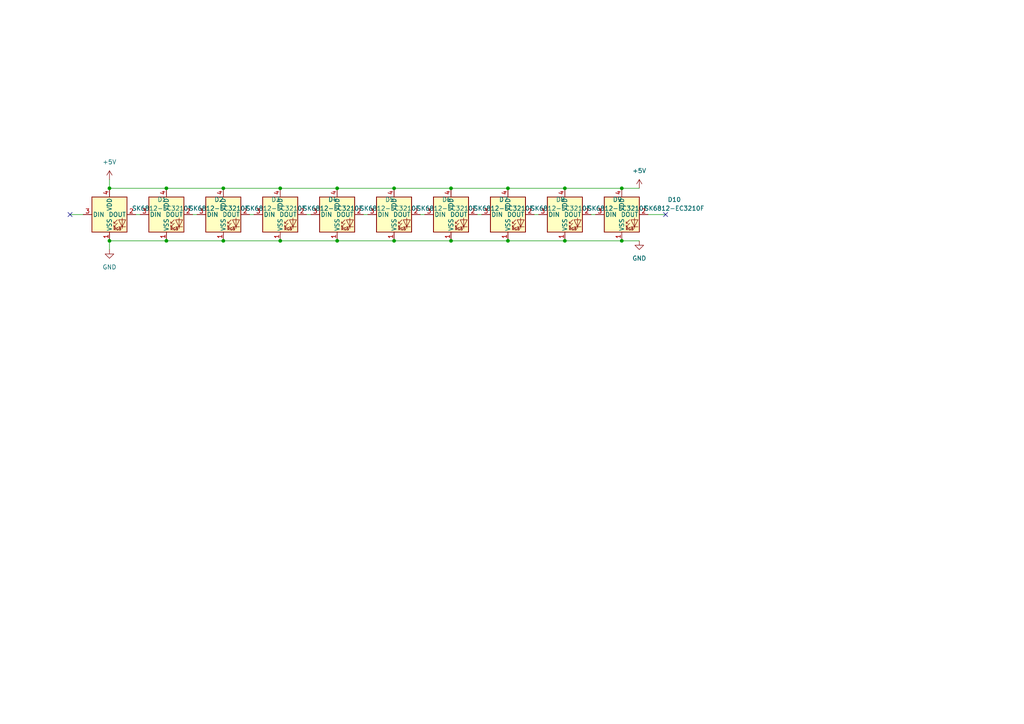
<source format=kicad_sch>
(kicad_sch (version 20230121) (generator eeschema)
  (paper "A4")
  (lib_symbols
    (symbol "CustomSymbols:SK6812-EC3210F" (pin_names (offset 0.254))
      (property "Reference" "D" (at 5.08 5.715 0))
      (property "Value" "SK6812-EC3210F" (at 1.27 -5.715 0))
      (symbol "SK6812-EC3210F_0_0"
        (text "RGB" (at 2.286 -4.191 0) (effects (font (size 0.762 0.762))))
      )
      (symbol "SK6812-EC3210F_0_1"
        (polyline (pts (xy 1.27 -3.556) (xy 1.778 -3.556)))
        (polyline (pts (xy 1.27 -2.54) (xy 1.778 -2.54)))
        (polyline (pts (xy 4.699 -3.556) (xy 2.667 -3.556)))
        (polyline (pts (xy 2.286 -2.54) (xy 1.27 -3.556) (xy 1.27 -3.048)))
        (polyline (pts (xy 2.286 -1.524) (xy 1.27 -2.54) (xy 1.27 -2.032)))
        (polyline (pts (xy 3.683 -1.016) (xy 3.683 -3.556) (xy 3.683 -4.064)))
        (polyline (pts (xy 4.699 -1.524) (xy 2.667 -1.524) (xy 3.683 -3.556) (xy 4.699 -1.524)))
        (rectangle (start 5.08 5.08) (end -5.08 -5.08) (stroke (width 0.254)) (fill (type background)))
      )
      (symbol "SK6812-EC3210F_1_1"
        (pin power_in line (at 0 -7.62 90) (length 2.54) (name "VSS") (number "1"))
        (pin output line (at 7.62 0 180) (length 2.54) (name "DOUT") (number "2"))
        (pin input line (at -7.62 0 0) (length 2.54) (name "DIN") (number "3"))
        (pin power_in line (at 0 7.62 270) (length 2.54) (name "VDD") (number "4"))
      )
    )
    (symbol "power:+5V" (power) (pin_names (offset 0))
      (property "Value" "+5V" (at 0 3.556 0))
      (symbol "+5V_0_1"
        (polyline (pts (xy -0.762 1.27) (xy 0 2.54)))
        (polyline (pts (xy 0 0) (xy 0 2.54)))
        (polyline (pts (xy 0 2.54) (xy 0.762 1.27)))
      )
      (symbol "+5V_1_1"
        (pin power_in line (at 0 0 90) (length 0) hide (name "+5V") (number "1"))
      )
    )
    (symbol "power:GND" (power) (pin_names (offset 0))
      (property "Value" "GND" (at 0 -3.81 0))
      (symbol "GND_0_1"
        (polyline (pts (xy 0 0) (xy 0 -1.27) (xy 1.27 -1.27) (xy 0 -2.54) (xy -1.27 -1.27) (xy 0 -1.27)))
      )
      (symbol "GND_1_1"
        (pin power_in line (at 0 0 270) (length 0) hide (name "GND") (number "1"))
      )
    )
  )
  (junction (at 48.26 54.61))
  (junction (at 64.77 54.61))
  (junction (at 130.81 54.61))
  (junction (at 147.32 54.61))
  (junction (at 64.77 69.85))
  (junction (at 114.3 69.85))
  (junction (at 180.34 69.85))
  (junction (at 31.75 69.85))
  (junction (at 48.26 69.85))
  (junction (at 163.83 54.61))
  (junction (at 81.28 69.85))
  (junction (at 31.75 54.61))
  (junction (at 180.34 54.61))
  (junction (at 163.83 69.85))
  (junction (at 147.32 69.85))
  (junction (at 130.81 69.85))
  (junction (at 97.79 69.85))
  (junction (at 97.79 54.61))
  (junction (at 81.28 54.61))
  (junction (at 114.3 54.61))
  (no_connect (at 193.04 62.23))
  (no_connect (at 20.32 62.23))
  (wire (pts (xy 114.3 69.85) (xy 130.81 69.85)))
  (wire (pts (xy 138.43 62.23) (xy 139.7 62.23)))
  (wire (pts (xy 147.32 54.61) (xy 163.83 54.61)))
  (wire (pts (xy 105.41 62.23) (xy 106.68 62.23)))
  (wire (pts (xy 97.79 54.61) (xy 114.3 54.61)))
  (wire (pts (xy 20.32 62.23) (xy 24.13 62.23)))
  (wire (pts (xy 180.34 69.85) (xy 185.42 69.85)))
  (wire (pts (xy 48.26 54.61) (xy 64.77 54.61)))
  (wire (pts (xy 31.75 52.07) (xy 31.75 54.61)))
  (wire (pts (xy 171.45 62.23) (xy 172.72 62.23)))
  (wire (pts (xy 130.81 69.85) (xy 147.32 69.85)))
  (wire (pts (xy 163.83 69.85) (xy 180.34 69.85)))
  (wire (pts (xy 48.26 69.85) (xy 64.77 69.85)))
  (wire (pts (xy 121.92 62.23) (xy 123.19 62.23)))
  (wire (pts (xy 55.88 62.23) (xy 57.15 62.23)))
  (wire (pts (xy 114.3 54.61) (xy 130.81 54.61)))
  (wire (pts (xy 64.77 54.61) (xy 81.28 54.61)))
  (wire (pts (xy 31.75 69.85) (xy 48.26 69.85)))
  (wire (pts (xy 81.28 54.61) (xy 97.79 54.61)))
  (wire (pts (xy 72.39 62.23) (xy 73.66 62.23)))
  (wire (pts (xy 154.94 62.23) (xy 156.21 62.23)))
  (wire (pts (xy 31.75 54.61) (xy 48.26 54.61)))
  (wire (pts (xy 39.37 62.23) (xy 40.64 62.23)))
  (wire (pts (xy 81.28 69.85) (xy 97.79 69.85)))
  (wire (pts (xy 97.79 69.85) (xy 114.3 69.85)))
  (wire (pts (xy 31.75 69.85) (xy 31.75 72.39)))
  (wire (pts (xy 130.81 54.61) (xy 147.32 54.61)))
  (wire (pts (xy 88.9 62.23) (xy 90.17 62.23)))
  (wire (pts (xy 147.32 69.85) (xy 163.83 69.85)))
  (wire (pts (xy 163.83 54.61) (xy 180.34 54.61)))
  (wire (pts (xy 180.34 54.61) (xy 185.42 54.61)))
  (wire (pts (xy 193.04 62.23) (xy 187.96 62.23)))
  (wire (pts (xy 64.77 69.85) (xy 81.28 69.85)))
  (symbol (lib_id "power:+5V") (at 31.75 52.07 0) (unit 1)
    (property "Reference" "#PWR?" (effects hide))
    (property "Value" "+5V" (at 31.75 46.99 0))
  )
  (symbol (lib_id "CustomSymbols:SK6812-EC3210F") (at 31.75 62.23 0) (unit 1)
    (property "Reference" "D1" (at 46.99 57.8993 0))
    (property "Value" "SK6812-EC3210F" (at 46.99 60.4393 0))
    (property "Footprint" "Custom Footprint Library:SK6812-EC3210F" (effects hide))
    (property "Datasheet" "https://cdn-shop.adafruit.com/product-files/4892/4892_SK68XX-EC3210F__REV.A.pdf" (effects hide))
  )
  (symbol (lib_id "CustomSymbols:SK6812-EC3210F") (at 130.81 62.23 0) (unit 1)
    (property "Reference" "D7" (at 146.05 57.8993 0))
    (property "Value" "SK6812-EC3210F" (at 146.05 60.4393 0))
    (property "Footprint" "Custom Footprint Library:SK6812-EC3210F" (effects hide))
    (property "Datasheet" "https://cdn-shop.adafruit.com/product-files/4892/4892_SK68XX-EC3210F__REV.A.pdf" (effects hide))
  )
  (symbol (lib_id "CustomSymbols:SK6812-EC3210F") (at 114.3 62.23 0) (unit 1)
    (property "Reference" "D6" (at 129.54 57.8993 0))
    (property "Value" "SK6812-EC3210F" (at 129.54 60.4393 0))
    (property "Footprint" "Custom Footprint Library:SK6812-EC3210F" (effects hide))
    (property "Datasheet" "https://cdn-shop.adafruit.com/product-files/4892/4892_SK68XX-EC3210F__REV.A.pdf" (effects hide))
  )
  (symbol (lib_id "CustomSymbols:SK6812-EC3210F") (at 64.77 62.23 0) (unit 1)
    (property "Reference" "D3" (at 80.01 57.8993 0))
    (property "Value" "SK6812-EC3210F" (at 80.01 60.4393 0))
    (property "Footprint" "Custom Footprint Library:SK6812-EC3210F" (effects hide))
    (property "Datasheet" "https://cdn-shop.adafruit.com/product-files/4892/4892_SK68XX-EC3210F__REV.A.pdf" (effects hide))
  )
  (symbol (lib_id "CustomSymbols:SK6812-EC3210F") (at 180.34 62.23 0) (unit 1)
    (property "Reference" "D10" (at 195.58 57.8993 0))
    (property "Value" "SK6812-EC3210F" (at 195.58 60.4393 0))
    (property "Footprint" "Custom Footprint Library:SK6812-EC3210F" (effects hide))
    (property "Datasheet" "https://cdn-shop.adafruit.com/product-files/4892/4892_SK68XX-EC3210F__REV.A.pdf" (effects hide))
  )
  (symbol (lib_id "power:+5V") (at 185.42 54.61 0) (unit 1)
    (property "Reference" "#PWR01" (effects hide))
    (property "Value" "+5V" (at 185.42 49.53 0))
  )
  (symbol (lib_id "CustomSymbols:SK6812-EC3210F") (at 48.26 62.23 0) (unit 1)
    (property "Reference" "D2" (at 63.5 57.8993 0))
    (property "Value" "SK6812-EC3210F" (at 63.5 60.4393 0))
    (property "Footprint" "Custom Footprint Library:SK6812-EC3210F" (effects hide))
    (property "Datasheet" "https://cdn-shop.adafruit.com/product-files/4892/4892_SK68XX-EC3210F__REV.A.pdf" (effects hide))
  )
  (symbol (lib_id "power:GND") (at 185.42 69.85 0) (unit 1)
    (property "Reference" "#PWR02" (effects hide))
    (property "Value" "GND" (at 185.42 74.93 0))
  )
  (symbol (lib_id "CustomSymbols:SK6812-EC3210F") (at 147.32 62.23 0) (unit 1)
    (property "Reference" "D8" (at 162.56 57.8993 0))
    (property "Value" "SK6812-EC3210F" (at 162.56 60.4393 0))
    (property "Footprint" "Custom Footprint Library:SK6812-EC3210F" (effects hide))
    (property "Datasheet" "https://cdn-shop.adafruit.com/product-files/4892/4892_SK68XX-EC3210F__REV.A.pdf" (effects hide))
  )
  (symbol (lib_id "CustomSymbols:SK6812-EC3210F") (at 81.28 62.23 0) (unit 1)
    (property "Reference" "D4" (at 96.52 57.8993 0))
    (property "Value" "SK6812-EC3210F" (at 96.52 60.4393 0))
    (property "Footprint" "Custom Footprint Library:SK6812-EC3210F" (effects hide))
    (property "Datasheet" "https://cdn-shop.adafruit.com/product-files/4892/4892_SK68XX-EC3210F__REV.A.pdf" (effects hide))
  )
  (symbol (lib_id "power:GND") (at 31.75 72.39 0) (unit 1)
    (property "Reference" "#PWR?" (effects hide))
    (property "Value" "GND" (at 31.75 77.47 0))
  )
  (symbol (lib_id "CustomSymbols:SK6812-EC3210F") (at 97.79 62.23 0) (unit 1)
    (property "Reference" "D5" (at 113.03 57.8993 0))
    (property "Value" "SK6812-EC3210F" (at 113.03 60.4393 0))
    (property "Footprint" "Custom Footprint Library:SK6812-EC3210F" (effects hide))
    (property "Datasheet" "https://cdn-shop.adafruit.com/product-files/4892/4892_SK68XX-EC3210F__REV.A.pdf" (effects hide))
  )
  (symbol (lib_id "CustomSymbols:SK6812-EC3210F") (at 163.83 62.23 0) (unit 1)
    (property "Reference" "D9" (at 179.07 57.8993 0))
    (property "Value" "SK6812-EC3210F" (at 179.07 60.4393 0))
    (property "Footprint" "Custom Footprint Library:SK6812-EC3210F" (effects hide))
    (property "Datasheet" "https://cdn-shop.adafruit.com/product-files/4892/4892_SK68XX-EC3210F__REV.A.pdf" (effects hide))
  )
)
</source>
